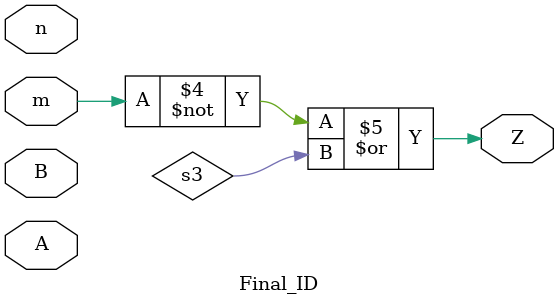
<source format=v>
module Final_ID(
    m, n, A, B, Z
);
input wire m, n, A, B; // definición de entradas de la celda
output wire Z; // definición de salidas de la celda 


wire s0, s1;

assign s0 = ~A | B; 
assign s1 = n & s2;
assign Z = ~m | s3;

endmodule
</source>
